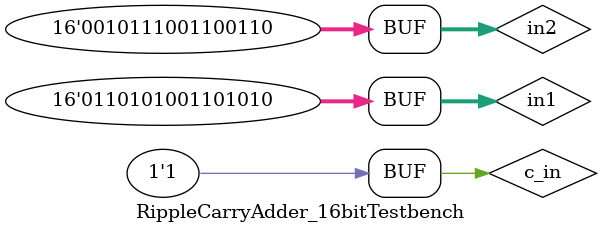
<source format=v>
`timescale 1ns / 1ps

/*
    Assignment Number: 1
    Problem Number: 1 Ripple Carry Adder
    Semester Number: 5
    Group Number: 1 
    Group Members: Animesh Jha(19CS10070), Nisarg Upadhyaya (19CS30031)
*/
////////////////////////////////////////////////////////////////////////////////

module RippleCarryAdder_16bitTestbench;

	// Inputs
	reg [15:0] in1;
	reg [15:0] in2;
	reg c_in;

	// Outputs
	wire [15:0] sum;
	wire c_out;

	// Instantiate the Unit Under Test (UUT)
	RippleCarryAdder_16bit uut (
		.in1(in1), 
		.in2(in2), 
		.c_in(c_in), 
		.sum(sum), 
		.c_out(c_out)
	);

	initial begin
		// Initialize Inputs
		in1 = 16'b0110101001101010; in2 = 16'b0010111001100110; c_in = 0;
		#100;
		in1 = 16'b0110101001101010; in2 = 16'b0010111001100110; c_in = 1;
        
		$monitor ("in1 = %d, in2 = %d, c_in = %d, sum = %d, c_out = %d", in1, in2, c_in, sum, c_out);

	end
      
endmodule


</source>
